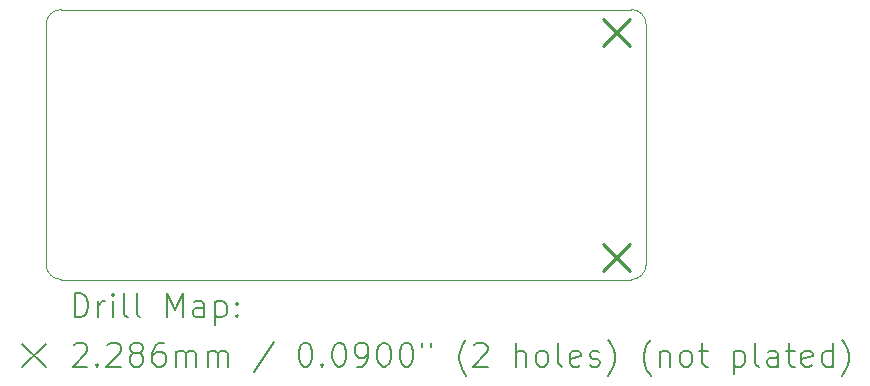
<source format=gbr>
%TF.GenerationSoftware,KiCad,Pcbnew,7.0.1*%
%TF.CreationDate,2023-06-02T18:52:21-05:00*%
%TF.ProjectId,MiniSSO,4d696e69-5353-44f2-9e6b-696361645f70,2*%
%TF.SameCoordinates,Original*%
%TF.FileFunction,Drillmap*%
%TF.FilePolarity,Positive*%
%FSLAX45Y45*%
G04 Gerber Fmt 4.5, Leading zero omitted, Abs format (unit mm)*
G04 Created by KiCad (PCBNEW 7.0.1) date 2023-06-02 18:52:21*
%MOMM*%
%LPD*%
G01*
G04 APERTURE LIST*
%ADD10C,0.100000*%
%ADD11C,0.200000*%
%ADD12C,0.228600*%
G04 APERTURE END LIST*
D10*
X11683073Y-9107927D02*
G75*
G03*
X11810072Y-9234927I126997J-3D01*
G01*
X16636072Y-9234927D02*
X11810072Y-9234927D01*
X16763073Y-7075927D02*
G75*
G03*
X16636072Y-6948927I-127003J-3D01*
G01*
X16763072Y-7075927D02*
X16763072Y-9107927D01*
X16636072Y-9234933D02*
G75*
G03*
X16763072Y-9107927I-3J127003D01*
G01*
X11683072Y-9107927D02*
X11683072Y-7075927D01*
X11810072Y-6948932D02*
G75*
G03*
X11683072Y-7075927I-3J-126998D01*
G01*
X11810072Y-6948927D02*
X16636072Y-6948927D01*
D11*
D12*
X16394772Y-7025127D02*
X16623372Y-7253727D01*
X16623372Y-7025127D02*
X16394772Y-7253727D01*
X16394772Y-8930127D02*
X16623372Y-9158727D01*
X16623372Y-8930127D02*
X16394772Y-9158727D01*
D11*
X11925691Y-9552451D02*
X11925691Y-9352451D01*
X11925691Y-9352451D02*
X11973310Y-9352451D01*
X11973310Y-9352451D02*
X12001882Y-9361975D01*
X12001882Y-9361975D02*
X12020930Y-9381022D01*
X12020930Y-9381022D02*
X12030453Y-9400070D01*
X12030453Y-9400070D02*
X12039977Y-9438165D01*
X12039977Y-9438165D02*
X12039977Y-9466736D01*
X12039977Y-9466736D02*
X12030453Y-9504832D01*
X12030453Y-9504832D02*
X12020930Y-9523879D01*
X12020930Y-9523879D02*
X12001882Y-9542927D01*
X12001882Y-9542927D02*
X11973310Y-9552451D01*
X11973310Y-9552451D02*
X11925691Y-9552451D01*
X12125691Y-9552451D02*
X12125691Y-9419117D01*
X12125691Y-9457213D02*
X12135215Y-9438165D01*
X12135215Y-9438165D02*
X12144739Y-9428641D01*
X12144739Y-9428641D02*
X12163787Y-9419117D01*
X12163787Y-9419117D02*
X12182834Y-9419117D01*
X12249501Y-9552451D02*
X12249501Y-9419117D01*
X12249501Y-9352451D02*
X12239977Y-9361975D01*
X12239977Y-9361975D02*
X12249501Y-9371498D01*
X12249501Y-9371498D02*
X12259025Y-9361975D01*
X12259025Y-9361975D02*
X12249501Y-9352451D01*
X12249501Y-9352451D02*
X12249501Y-9371498D01*
X12373310Y-9552451D02*
X12354263Y-9542927D01*
X12354263Y-9542927D02*
X12344739Y-9523879D01*
X12344739Y-9523879D02*
X12344739Y-9352451D01*
X12478072Y-9552451D02*
X12459025Y-9542927D01*
X12459025Y-9542927D02*
X12449501Y-9523879D01*
X12449501Y-9523879D02*
X12449501Y-9352451D01*
X12706644Y-9552451D02*
X12706644Y-9352451D01*
X12706644Y-9352451D02*
X12773311Y-9495308D01*
X12773311Y-9495308D02*
X12839977Y-9352451D01*
X12839977Y-9352451D02*
X12839977Y-9552451D01*
X13020930Y-9552451D02*
X13020930Y-9447689D01*
X13020930Y-9447689D02*
X13011406Y-9428641D01*
X13011406Y-9428641D02*
X12992358Y-9419117D01*
X12992358Y-9419117D02*
X12954263Y-9419117D01*
X12954263Y-9419117D02*
X12935215Y-9428641D01*
X13020930Y-9542927D02*
X13001882Y-9552451D01*
X13001882Y-9552451D02*
X12954263Y-9552451D01*
X12954263Y-9552451D02*
X12935215Y-9542927D01*
X12935215Y-9542927D02*
X12925691Y-9523879D01*
X12925691Y-9523879D02*
X12925691Y-9504832D01*
X12925691Y-9504832D02*
X12935215Y-9485784D01*
X12935215Y-9485784D02*
X12954263Y-9476260D01*
X12954263Y-9476260D02*
X13001882Y-9476260D01*
X13001882Y-9476260D02*
X13020930Y-9466736D01*
X13116168Y-9419117D02*
X13116168Y-9619117D01*
X13116168Y-9428641D02*
X13135215Y-9419117D01*
X13135215Y-9419117D02*
X13173311Y-9419117D01*
X13173311Y-9419117D02*
X13192358Y-9428641D01*
X13192358Y-9428641D02*
X13201882Y-9438165D01*
X13201882Y-9438165D02*
X13211406Y-9457213D01*
X13211406Y-9457213D02*
X13211406Y-9514355D01*
X13211406Y-9514355D02*
X13201882Y-9533403D01*
X13201882Y-9533403D02*
X13192358Y-9542927D01*
X13192358Y-9542927D02*
X13173311Y-9552451D01*
X13173311Y-9552451D02*
X13135215Y-9552451D01*
X13135215Y-9552451D02*
X13116168Y-9542927D01*
X13297120Y-9533403D02*
X13306644Y-9542927D01*
X13306644Y-9542927D02*
X13297120Y-9552451D01*
X13297120Y-9552451D02*
X13287596Y-9542927D01*
X13287596Y-9542927D02*
X13297120Y-9533403D01*
X13297120Y-9533403D02*
X13297120Y-9552451D01*
X13297120Y-9428641D02*
X13306644Y-9438165D01*
X13306644Y-9438165D02*
X13297120Y-9447689D01*
X13297120Y-9447689D02*
X13287596Y-9438165D01*
X13287596Y-9438165D02*
X13297120Y-9428641D01*
X13297120Y-9428641D02*
X13297120Y-9447689D01*
X11478072Y-9779927D02*
X11678072Y-9979927D01*
X11678072Y-9779927D02*
X11478072Y-9979927D01*
X11916168Y-9791498D02*
X11925691Y-9781975D01*
X11925691Y-9781975D02*
X11944739Y-9772451D01*
X11944739Y-9772451D02*
X11992358Y-9772451D01*
X11992358Y-9772451D02*
X12011406Y-9781975D01*
X12011406Y-9781975D02*
X12020930Y-9791498D01*
X12020930Y-9791498D02*
X12030453Y-9810546D01*
X12030453Y-9810546D02*
X12030453Y-9829594D01*
X12030453Y-9829594D02*
X12020930Y-9858165D01*
X12020930Y-9858165D02*
X11906644Y-9972451D01*
X11906644Y-9972451D02*
X12030453Y-9972451D01*
X12116168Y-9953403D02*
X12125691Y-9962927D01*
X12125691Y-9962927D02*
X12116168Y-9972451D01*
X12116168Y-9972451D02*
X12106644Y-9962927D01*
X12106644Y-9962927D02*
X12116168Y-9953403D01*
X12116168Y-9953403D02*
X12116168Y-9972451D01*
X12201882Y-9791498D02*
X12211406Y-9781975D01*
X12211406Y-9781975D02*
X12230453Y-9772451D01*
X12230453Y-9772451D02*
X12278072Y-9772451D01*
X12278072Y-9772451D02*
X12297120Y-9781975D01*
X12297120Y-9781975D02*
X12306644Y-9791498D01*
X12306644Y-9791498D02*
X12316168Y-9810546D01*
X12316168Y-9810546D02*
X12316168Y-9829594D01*
X12316168Y-9829594D02*
X12306644Y-9858165D01*
X12306644Y-9858165D02*
X12192358Y-9972451D01*
X12192358Y-9972451D02*
X12316168Y-9972451D01*
X12430453Y-9858165D02*
X12411406Y-9848641D01*
X12411406Y-9848641D02*
X12401882Y-9839117D01*
X12401882Y-9839117D02*
X12392358Y-9820070D01*
X12392358Y-9820070D02*
X12392358Y-9810546D01*
X12392358Y-9810546D02*
X12401882Y-9791498D01*
X12401882Y-9791498D02*
X12411406Y-9781975D01*
X12411406Y-9781975D02*
X12430453Y-9772451D01*
X12430453Y-9772451D02*
X12468549Y-9772451D01*
X12468549Y-9772451D02*
X12487596Y-9781975D01*
X12487596Y-9781975D02*
X12497120Y-9791498D01*
X12497120Y-9791498D02*
X12506644Y-9810546D01*
X12506644Y-9810546D02*
X12506644Y-9820070D01*
X12506644Y-9820070D02*
X12497120Y-9839117D01*
X12497120Y-9839117D02*
X12487596Y-9848641D01*
X12487596Y-9848641D02*
X12468549Y-9858165D01*
X12468549Y-9858165D02*
X12430453Y-9858165D01*
X12430453Y-9858165D02*
X12411406Y-9867689D01*
X12411406Y-9867689D02*
X12401882Y-9877213D01*
X12401882Y-9877213D02*
X12392358Y-9896260D01*
X12392358Y-9896260D02*
X12392358Y-9934355D01*
X12392358Y-9934355D02*
X12401882Y-9953403D01*
X12401882Y-9953403D02*
X12411406Y-9962927D01*
X12411406Y-9962927D02*
X12430453Y-9972451D01*
X12430453Y-9972451D02*
X12468549Y-9972451D01*
X12468549Y-9972451D02*
X12487596Y-9962927D01*
X12487596Y-9962927D02*
X12497120Y-9953403D01*
X12497120Y-9953403D02*
X12506644Y-9934355D01*
X12506644Y-9934355D02*
X12506644Y-9896260D01*
X12506644Y-9896260D02*
X12497120Y-9877213D01*
X12497120Y-9877213D02*
X12487596Y-9867689D01*
X12487596Y-9867689D02*
X12468549Y-9858165D01*
X12678072Y-9772451D02*
X12639977Y-9772451D01*
X12639977Y-9772451D02*
X12620930Y-9781975D01*
X12620930Y-9781975D02*
X12611406Y-9791498D01*
X12611406Y-9791498D02*
X12592358Y-9820070D01*
X12592358Y-9820070D02*
X12582834Y-9858165D01*
X12582834Y-9858165D02*
X12582834Y-9934355D01*
X12582834Y-9934355D02*
X12592358Y-9953403D01*
X12592358Y-9953403D02*
X12601882Y-9962927D01*
X12601882Y-9962927D02*
X12620930Y-9972451D01*
X12620930Y-9972451D02*
X12659025Y-9972451D01*
X12659025Y-9972451D02*
X12678072Y-9962927D01*
X12678072Y-9962927D02*
X12687596Y-9953403D01*
X12687596Y-9953403D02*
X12697120Y-9934355D01*
X12697120Y-9934355D02*
X12697120Y-9886736D01*
X12697120Y-9886736D02*
X12687596Y-9867689D01*
X12687596Y-9867689D02*
X12678072Y-9858165D01*
X12678072Y-9858165D02*
X12659025Y-9848641D01*
X12659025Y-9848641D02*
X12620930Y-9848641D01*
X12620930Y-9848641D02*
X12601882Y-9858165D01*
X12601882Y-9858165D02*
X12592358Y-9867689D01*
X12592358Y-9867689D02*
X12582834Y-9886736D01*
X12782834Y-9972451D02*
X12782834Y-9839117D01*
X12782834Y-9858165D02*
X12792358Y-9848641D01*
X12792358Y-9848641D02*
X12811406Y-9839117D01*
X12811406Y-9839117D02*
X12839977Y-9839117D01*
X12839977Y-9839117D02*
X12859025Y-9848641D01*
X12859025Y-9848641D02*
X12868549Y-9867689D01*
X12868549Y-9867689D02*
X12868549Y-9972451D01*
X12868549Y-9867689D02*
X12878072Y-9848641D01*
X12878072Y-9848641D02*
X12897120Y-9839117D01*
X12897120Y-9839117D02*
X12925691Y-9839117D01*
X12925691Y-9839117D02*
X12944739Y-9848641D01*
X12944739Y-9848641D02*
X12954263Y-9867689D01*
X12954263Y-9867689D02*
X12954263Y-9972451D01*
X13049501Y-9972451D02*
X13049501Y-9839117D01*
X13049501Y-9858165D02*
X13059025Y-9848641D01*
X13059025Y-9848641D02*
X13078072Y-9839117D01*
X13078072Y-9839117D02*
X13106644Y-9839117D01*
X13106644Y-9839117D02*
X13125692Y-9848641D01*
X13125692Y-9848641D02*
X13135215Y-9867689D01*
X13135215Y-9867689D02*
X13135215Y-9972451D01*
X13135215Y-9867689D02*
X13144739Y-9848641D01*
X13144739Y-9848641D02*
X13163787Y-9839117D01*
X13163787Y-9839117D02*
X13192358Y-9839117D01*
X13192358Y-9839117D02*
X13211406Y-9848641D01*
X13211406Y-9848641D02*
X13220930Y-9867689D01*
X13220930Y-9867689D02*
X13220930Y-9972451D01*
X13611406Y-9762927D02*
X13439977Y-10020070D01*
X13868549Y-9772451D02*
X13887596Y-9772451D01*
X13887596Y-9772451D02*
X13906644Y-9781975D01*
X13906644Y-9781975D02*
X13916168Y-9791498D01*
X13916168Y-9791498D02*
X13925692Y-9810546D01*
X13925692Y-9810546D02*
X13935215Y-9848641D01*
X13935215Y-9848641D02*
X13935215Y-9896260D01*
X13935215Y-9896260D02*
X13925692Y-9934355D01*
X13925692Y-9934355D02*
X13916168Y-9953403D01*
X13916168Y-9953403D02*
X13906644Y-9962927D01*
X13906644Y-9962927D02*
X13887596Y-9972451D01*
X13887596Y-9972451D02*
X13868549Y-9972451D01*
X13868549Y-9972451D02*
X13849501Y-9962927D01*
X13849501Y-9962927D02*
X13839977Y-9953403D01*
X13839977Y-9953403D02*
X13830454Y-9934355D01*
X13830454Y-9934355D02*
X13820930Y-9896260D01*
X13820930Y-9896260D02*
X13820930Y-9848641D01*
X13820930Y-9848641D02*
X13830454Y-9810546D01*
X13830454Y-9810546D02*
X13839977Y-9791498D01*
X13839977Y-9791498D02*
X13849501Y-9781975D01*
X13849501Y-9781975D02*
X13868549Y-9772451D01*
X14020930Y-9953403D02*
X14030454Y-9962927D01*
X14030454Y-9962927D02*
X14020930Y-9972451D01*
X14020930Y-9972451D02*
X14011406Y-9962927D01*
X14011406Y-9962927D02*
X14020930Y-9953403D01*
X14020930Y-9953403D02*
X14020930Y-9972451D01*
X14154263Y-9772451D02*
X14173311Y-9772451D01*
X14173311Y-9772451D02*
X14192358Y-9781975D01*
X14192358Y-9781975D02*
X14201882Y-9791498D01*
X14201882Y-9791498D02*
X14211406Y-9810546D01*
X14211406Y-9810546D02*
X14220930Y-9848641D01*
X14220930Y-9848641D02*
X14220930Y-9896260D01*
X14220930Y-9896260D02*
X14211406Y-9934355D01*
X14211406Y-9934355D02*
X14201882Y-9953403D01*
X14201882Y-9953403D02*
X14192358Y-9962927D01*
X14192358Y-9962927D02*
X14173311Y-9972451D01*
X14173311Y-9972451D02*
X14154263Y-9972451D01*
X14154263Y-9972451D02*
X14135215Y-9962927D01*
X14135215Y-9962927D02*
X14125692Y-9953403D01*
X14125692Y-9953403D02*
X14116168Y-9934355D01*
X14116168Y-9934355D02*
X14106644Y-9896260D01*
X14106644Y-9896260D02*
X14106644Y-9848641D01*
X14106644Y-9848641D02*
X14116168Y-9810546D01*
X14116168Y-9810546D02*
X14125692Y-9791498D01*
X14125692Y-9791498D02*
X14135215Y-9781975D01*
X14135215Y-9781975D02*
X14154263Y-9772451D01*
X14316168Y-9972451D02*
X14354263Y-9972451D01*
X14354263Y-9972451D02*
X14373311Y-9962927D01*
X14373311Y-9962927D02*
X14382835Y-9953403D01*
X14382835Y-9953403D02*
X14401882Y-9924832D01*
X14401882Y-9924832D02*
X14411406Y-9886736D01*
X14411406Y-9886736D02*
X14411406Y-9810546D01*
X14411406Y-9810546D02*
X14401882Y-9791498D01*
X14401882Y-9791498D02*
X14392358Y-9781975D01*
X14392358Y-9781975D02*
X14373311Y-9772451D01*
X14373311Y-9772451D02*
X14335215Y-9772451D01*
X14335215Y-9772451D02*
X14316168Y-9781975D01*
X14316168Y-9781975D02*
X14306644Y-9791498D01*
X14306644Y-9791498D02*
X14297120Y-9810546D01*
X14297120Y-9810546D02*
X14297120Y-9858165D01*
X14297120Y-9858165D02*
X14306644Y-9877213D01*
X14306644Y-9877213D02*
X14316168Y-9886736D01*
X14316168Y-9886736D02*
X14335215Y-9896260D01*
X14335215Y-9896260D02*
X14373311Y-9896260D01*
X14373311Y-9896260D02*
X14392358Y-9886736D01*
X14392358Y-9886736D02*
X14401882Y-9877213D01*
X14401882Y-9877213D02*
X14411406Y-9858165D01*
X14535215Y-9772451D02*
X14554263Y-9772451D01*
X14554263Y-9772451D02*
X14573311Y-9781975D01*
X14573311Y-9781975D02*
X14582835Y-9791498D01*
X14582835Y-9791498D02*
X14592358Y-9810546D01*
X14592358Y-9810546D02*
X14601882Y-9848641D01*
X14601882Y-9848641D02*
X14601882Y-9896260D01*
X14601882Y-9896260D02*
X14592358Y-9934355D01*
X14592358Y-9934355D02*
X14582835Y-9953403D01*
X14582835Y-9953403D02*
X14573311Y-9962927D01*
X14573311Y-9962927D02*
X14554263Y-9972451D01*
X14554263Y-9972451D02*
X14535215Y-9972451D01*
X14535215Y-9972451D02*
X14516168Y-9962927D01*
X14516168Y-9962927D02*
X14506644Y-9953403D01*
X14506644Y-9953403D02*
X14497120Y-9934355D01*
X14497120Y-9934355D02*
X14487596Y-9896260D01*
X14487596Y-9896260D02*
X14487596Y-9848641D01*
X14487596Y-9848641D02*
X14497120Y-9810546D01*
X14497120Y-9810546D02*
X14506644Y-9791498D01*
X14506644Y-9791498D02*
X14516168Y-9781975D01*
X14516168Y-9781975D02*
X14535215Y-9772451D01*
X14725692Y-9772451D02*
X14744739Y-9772451D01*
X14744739Y-9772451D02*
X14763787Y-9781975D01*
X14763787Y-9781975D02*
X14773311Y-9791498D01*
X14773311Y-9791498D02*
X14782835Y-9810546D01*
X14782835Y-9810546D02*
X14792358Y-9848641D01*
X14792358Y-9848641D02*
X14792358Y-9896260D01*
X14792358Y-9896260D02*
X14782835Y-9934355D01*
X14782835Y-9934355D02*
X14773311Y-9953403D01*
X14773311Y-9953403D02*
X14763787Y-9962927D01*
X14763787Y-9962927D02*
X14744739Y-9972451D01*
X14744739Y-9972451D02*
X14725692Y-9972451D01*
X14725692Y-9972451D02*
X14706644Y-9962927D01*
X14706644Y-9962927D02*
X14697120Y-9953403D01*
X14697120Y-9953403D02*
X14687596Y-9934355D01*
X14687596Y-9934355D02*
X14678073Y-9896260D01*
X14678073Y-9896260D02*
X14678073Y-9848641D01*
X14678073Y-9848641D02*
X14687596Y-9810546D01*
X14687596Y-9810546D02*
X14697120Y-9791498D01*
X14697120Y-9791498D02*
X14706644Y-9781975D01*
X14706644Y-9781975D02*
X14725692Y-9772451D01*
X14868549Y-9772451D02*
X14868549Y-9810546D01*
X14944739Y-9772451D02*
X14944739Y-9810546D01*
X15239978Y-10048641D02*
X15230454Y-10039117D01*
X15230454Y-10039117D02*
X15211406Y-10010546D01*
X15211406Y-10010546D02*
X15201882Y-9991498D01*
X15201882Y-9991498D02*
X15192358Y-9962927D01*
X15192358Y-9962927D02*
X15182835Y-9915308D01*
X15182835Y-9915308D02*
X15182835Y-9877213D01*
X15182835Y-9877213D02*
X15192358Y-9829594D01*
X15192358Y-9829594D02*
X15201882Y-9801022D01*
X15201882Y-9801022D02*
X15211406Y-9781975D01*
X15211406Y-9781975D02*
X15230454Y-9753403D01*
X15230454Y-9753403D02*
X15239978Y-9743879D01*
X15306644Y-9791498D02*
X15316168Y-9781975D01*
X15316168Y-9781975D02*
X15335216Y-9772451D01*
X15335216Y-9772451D02*
X15382835Y-9772451D01*
X15382835Y-9772451D02*
X15401882Y-9781975D01*
X15401882Y-9781975D02*
X15411406Y-9791498D01*
X15411406Y-9791498D02*
X15420930Y-9810546D01*
X15420930Y-9810546D02*
X15420930Y-9829594D01*
X15420930Y-9829594D02*
X15411406Y-9858165D01*
X15411406Y-9858165D02*
X15297120Y-9972451D01*
X15297120Y-9972451D02*
X15420930Y-9972451D01*
X15659025Y-9972451D02*
X15659025Y-9772451D01*
X15744739Y-9972451D02*
X15744739Y-9867689D01*
X15744739Y-9867689D02*
X15735216Y-9848641D01*
X15735216Y-9848641D02*
X15716168Y-9839117D01*
X15716168Y-9839117D02*
X15687597Y-9839117D01*
X15687597Y-9839117D02*
X15668549Y-9848641D01*
X15668549Y-9848641D02*
X15659025Y-9858165D01*
X15868549Y-9972451D02*
X15849501Y-9962927D01*
X15849501Y-9962927D02*
X15839978Y-9953403D01*
X15839978Y-9953403D02*
X15830454Y-9934355D01*
X15830454Y-9934355D02*
X15830454Y-9877213D01*
X15830454Y-9877213D02*
X15839978Y-9858165D01*
X15839978Y-9858165D02*
X15849501Y-9848641D01*
X15849501Y-9848641D02*
X15868549Y-9839117D01*
X15868549Y-9839117D02*
X15897120Y-9839117D01*
X15897120Y-9839117D02*
X15916168Y-9848641D01*
X15916168Y-9848641D02*
X15925692Y-9858165D01*
X15925692Y-9858165D02*
X15935216Y-9877213D01*
X15935216Y-9877213D02*
X15935216Y-9934355D01*
X15935216Y-9934355D02*
X15925692Y-9953403D01*
X15925692Y-9953403D02*
X15916168Y-9962927D01*
X15916168Y-9962927D02*
X15897120Y-9972451D01*
X15897120Y-9972451D02*
X15868549Y-9972451D01*
X16049501Y-9972451D02*
X16030454Y-9962927D01*
X16030454Y-9962927D02*
X16020930Y-9943879D01*
X16020930Y-9943879D02*
X16020930Y-9772451D01*
X16201882Y-9962927D02*
X16182835Y-9972451D01*
X16182835Y-9972451D02*
X16144739Y-9972451D01*
X16144739Y-9972451D02*
X16125692Y-9962927D01*
X16125692Y-9962927D02*
X16116168Y-9943879D01*
X16116168Y-9943879D02*
X16116168Y-9867689D01*
X16116168Y-9867689D02*
X16125692Y-9848641D01*
X16125692Y-9848641D02*
X16144739Y-9839117D01*
X16144739Y-9839117D02*
X16182835Y-9839117D01*
X16182835Y-9839117D02*
X16201882Y-9848641D01*
X16201882Y-9848641D02*
X16211406Y-9867689D01*
X16211406Y-9867689D02*
X16211406Y-9886736D01*
X16211406Y-9886736D02*
X16116168Y-9905784D01*
X16287597Y-9962927D02*
X16306644Y-9972451D01*
X16306644Y-9972451D02*
X16344739Y-9972451D01*
X16344739Y-9972451D02*
X16363787Y-9962927D01*
X16363787Y-9962927D02*
X16373311Y-9943879D01*
X16373311Y-9943879D02*
X16373311Y-9934355D01*
X16373311Y-9934355D02*
X16363787Y-9915308D01*
X16363787Y-9915308D02*
X16344739Y-9905784D01*
X16344739Y-9905784D02*
X16316168Y-9905784D01*
X16316168Y-9905784D02*
X16297120Y-9896260D01*
X16297120Y-9896260D02*
X16287597Y-9877213D01*
X16287597Y-9877213D02*
X16287597Y-9867689D01*
X16287597Y-9867689D02*
X16297120Y-9848641D01*
X16297120Y-9848641D02*
X16316168Y-9839117D01*
X16316168Y-9839117D02*
X16344739Y-9839117D01*
X16344739Y-9839117D02*
X16363787Y-9848641D01*
X16439978Y-10048641D02*
X16449501Y-10039117D01*
X16449501Y-10039117D02*
X16468549Y-10010546D01*
X16468549Y-10010546D02*
X16478073Y-9991498D01*
X16478073Y-9991498D02*
X16487597Y-9962927D01*
X16487597Y-9962927D02*
X16497120Y-9915308D01*
X16497120Y-9915308D02*
X16497120Y-9877213D01*
X16497120Y-9877213D02*
X16487597Y-9829594D01*
X16487597Y-9829594D02*
X16478073Y-9801022D01*
X16478073Y-9801022D02*
X16468549Y-9781975D01*
X16468549Y-9781975D02*
X16449501Y-9753403D01*
X16449501Y-9753403D02*
X16439978Y-9743879D01*
X16801883Y-10048641D02*
X16792359Y-10039117D01*
X16792359Y-10039117D02*
X16773311Y-10010546D01*
X16773311Y-10010546D02*
X16763787Y-9991498D01*
X16763787Y-9991498D02*
X16754263Y-9962927D01*
X16754263Y-9962927D02*
X16744740Y-9915308D01*
X16744740Y-9915308D02*
X16744740Y-9877213D01*
X16744740Y-9877213D02*
X16754263Y-9829594D01*
X16754263Y-9829594D02*
X16763787Y-9801022D01*
X16763787Y-9801022D02*
X16773311Y-9781975D01*
X16773311Y-9781975D02*
X16792359Y-9753403D01*
X16792359Y-9753403D02*
X16801883Y-9743879D01*
X16878073Y-9839117D02*
X16878073Y-9972451D01*
X16878073Y-9858165D02*
X16887597Y-9848641D01*
X16887597Y-9848641D02*
X16906644Y-9839117D01*
X16906644Y-9839117D02*
X16935216Y-9839117D01*
X16935216Y-9839117D02*
X16954263Y-9848641D01*
X16954263Y-9848641D02*
X16963787Y-9867689D01*
X16963787Y-9867689D02*
X16963787Y-9972451D01*
X17087597Y-9972451D02*
X17068549Y-9962927D01*
X17068549Y-9962927D02*
X17059025Y-9953403D01*
X17059025Y-9953403D02*
X17049502Y-9934355D01*
X17049502Y-9934355D02*
X17049502Y-9877213D01*
X17049502Y-9877213D02*
X17059025Y-9858165D01*
X17059025Y-9858165D02*
X17068549Y-9848641D01*
X17068549Y-9848641D02*
X17087597Y-9839117D01*
X17087597Y-9839117D02*
X17116168Y-9839117D01*
X17116168Y-9839117D02*
X17135216Y-9848641D01*
X17135216Y-9848641D02*
X17144740Y-9858165D01*
X17144740Y-9858165D02*
X17154263Y-9877213D01*
X17154263Y-9877213D02*
X17154263Y-9934355D01*
X17154263Y-9934355D02*
X17144740Y-9953403D01*
X17144740Y-9953403D02*
X17135216Y-9962927D01*
X17135216Y-9962927D02*
X17116168Y-9972451D01*
X17116168Y-9972451D02*
X17087597Y-9972451D01*
X17211406Y-9839117D02*
X17287597Y-9839117D01*
X17239978Y-9772451D02*
X17239978Y-9943879D01*
X17239978Y-9943879D02*
X17249502Y-9962927D01*
X17249502Y-9962927D02*
X17268549Y-9972451D01*
X17268549Y-9972451D02*
X17287597Y-9972451D01*
X17506644Y-9839117D02*
X17506644Y-10039117D01*
X17506644Y-9848641D02*
X17525692Y-9839117D01*
X17525692Y-9839117D02*
X17563787Y-9839117D01*
X17563787Y-9839117D02*
X17582835Y-9848641D01*
X17582835Y-9848641D02*
X17592359Y-9858165D01*
X17592359Y-9858165D02*
X17601883Y-9877213D01*
X17601883Y-9877213D02*
X17601883Y-9934355D01*
X17601883Y-9934355D02*
X17592359Y-9953403D01*
X17592359Y-9953403D02*
X17582835Y-9962927D01*
X17582835Y-9962927D02*
X17563787Y-9972451D01*
X17563787Y-9972451D02*
X17525692Y-9972451D01*
X17525692Y-9972451D02*
X17506644Y-9962927D01*
X17716168Y-9972451D02*
X17697121Y-9962927D01*
X17697121Y-9962927D02*
X17687597Y-9943879D01*
X17687597Y-9943879D02*
X17687597Y-9772451D01*
X17878073Y-9972451D02*
X17878073Y-9867689D01*
X17878073Y-9867689D02*
X17868549Y-9848641D01*
X17868549Y-9848641D02*
X17849502Y-9839117D01*
X17849502Y-9839117D02*
X17811406Y-9839117D01*
X17811406Y-9839117D02*
X17792359Y-9848641D01*
X17878073Y-9962927D02*
X17859025Y-9972451D01*
X17859025Y-9972451D02*
X17811406Y-9972451D01*
X17811406Y-9972451D02*
X17792359Y-9962927D01*
X17792359Y-9962927D02*
X17782835Y-9943879D01*
X17782835Y-9943879D02*
X17782835Y-9924832D01*
X17782835Y-9924832D02*
X17792359Y-9905784D01*
X17792359Y-9905784D02*
X17811406Y-9896260D01*
X17811406Y-9896260D02*
X17859025Y-9896260D01*
X17859025Y-9896260D02*
X17878073Y-9886736D01*
X17944740Y-9839117D02*
X18020930Y-9839117D01*
X17973311Y-9772451D02*
X17973311Y-9943879D01*
X17973311Y-9943879D02*
X17982835Y-9962927D01*
X17982835Y-9962927D02*
X18001883Y-9972451D01*
X18001883Y-9972451D02*
X18020930Y-9972451D01*
X18163787Y-9962927D02*
X18144740Y-9972451D01*
X18144740Y-9972451D02*
X18106644Y-9972451D01*
X18106644Y-9972451D02*
X18087597Y-9962927D01*
X18087597Y-9962927D02*
X18078073Y-9943879D01*
X18078073Y-9943879D02*
X18078073Y-9867689D01*
X18078073Y-9867689D02*
X18087597Y-9848641D01*
X18087597Y-9848641D02*
X18106644Y-9839117D01*
X18106644Y-9839117D02*
X18144740Y-9839117D01*
X18144740Y-9839117D02*
X18163787Y-9848641D01*
X18163787Y-9848641D02*
X18173311Y-9867689D01*
X18173311Y-9867689D02*
X18173311Y-9886736D01*
X18173311Y-9886736D02*
X18078073Y-9905784D01*
X18344740Y-9972451D02*
X18344740Y-9772451D01*
X18344740Y-9962927D02*
X18325692Y-9972451D01*
X18325692Y-9972451D02*
X18287597Y-9972451D01*
X18287597Y-9972451D02*
X18268549Y-9962927D01*
X18268549Y-9962927D02*
X18259025Y-9953403D01*
X18259025Y-9953403D02*
X18249502Y-9934355D01*
X18249502Y-9934355D02*
X18249502Y-9877213D01*
X18249502Y-9877213D02*
X18259025Y-9858165D01*
X18259025Y-9858165D02*
X18268549Y-9848641D01*
X18268549Y-9848641D02*
X18287597Y-9839117D01*
X18287597Y-9839117D02*
X18325692Y-9839117D01*
X18325692Y-9839117D02*
X18344740Y-9848641D01*
X18420930Y-10048641D02*
X18430454Y-10039117D01*
X18430454Y-10039117D02*
X18449502Y-10010546D01*
X18449502Y-10010546D02*
X18459025Y-9991498D01*
X18459025Y-9991498D02*
X18468549Y-9962927D01*
X18468549Y-9962927D02*
X18478073Y-9915308D01*
X18478073Y-9915308D02*
X18478073Y-9877213D01*
X18478073Y-9877213D02*
X18468549Y-9829594D01*
X18468549Y-9829594D02*
X18459025Y-9801022D01*
X18459025Y-9801022D02*
X18449502Y-9781975D01*
X18449502Y-9781975D02*
X18430454Y-9753403D01*
X18430454Y-9753403D02*
X18420930Y-9743879D01*
M02*

</source>
